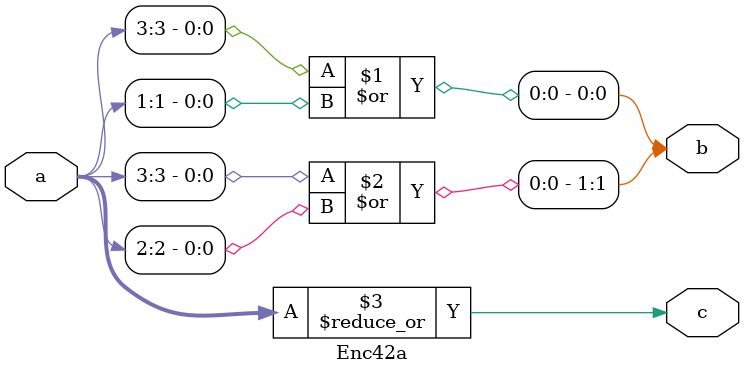
<source format=v>
`timescale 1ns / 1ps


module Enc42a(a, b, c) ;
    input [3:0] a ;
    output [1:0] b ;
    output c ;
    wire [1:0] b = {a[3] | a[2], a[3] | a[1]} ;
    wire c = |a ;
endmodule

</source>
